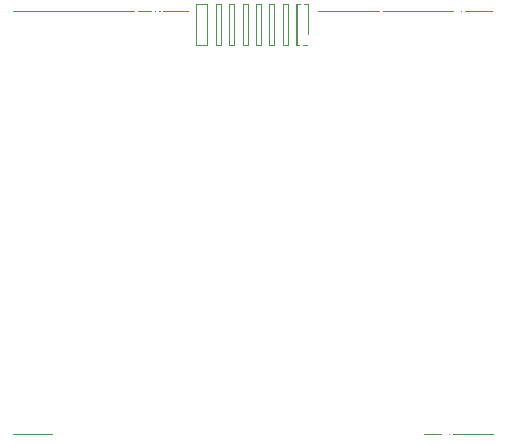
<source format=gto>
G04 #@! TF.GenerationSoftware,KiCad,Pcbnew,8.0.4*
G04 #@! TF.CreationDate,2024-10-09T19:51:01+11:00*
G04 #@! TF.ProjectId,nokia,6e6f6b69-612e-46b6-9963-61645f706362,rev?*
G04 #@! TF.SameCoordinates,Original*
G04 #@! TF.FileFunction,Legend,Top*
G04 #@! TF.FilePolarity,Positive*
%FSLAX46Y46*%
G04 Gerber Fmt 4.6, Leading zero omitted, Abs format (unit mm)*
G04 Created by KiCad (PCBNEW 8.0.4) date 2024-10-09 19:51:01*
%MOMM*%
%LPD*%
G01*
G04 APERTURE LIST*
G04 Aperture macros list*
%AMRoundRect*
0 Rectangle with rounded corners*
0 $1 Rounding radius*
0 $2 $3 $4 $5 $6 $7 $8 $9 X,Y pos of 4 corners*
0 Add a 4 corners polygon primitive as box body*
4,1,4,$2,$3,$4,$5,$6,$7,$8,$9,$2,$3,0*
0 Add four circle primitives for the rounded corners*
1,1,$1+$1,$2,$3*
1,1,$1+$1,$4,$5*
1,1,$1+$1,$6,$7*
1,1,$1+$1,$8,$9*
0 Add four rect primitives between the rounded corners*
20,1,$1+$1,$2,$3,$4,$5,0*
20,1,$1+$1,$4,$5,$6,$7,0*
20,1,$1+$1,$6,$7,$8,$9,0*
20,1,$1+$1,$8,$9,$2,$3,0*%
%AMFreePoly0*
4,1,103,-1.902709,2.826186,-1.559033,2.750537,-1.225551,2.638174,-0.906173,2.490414,-0.604642,2.308989,-0.324495,2.096027,-0.069015,1.854023,0.158802,1.585816,0.356286,1.294550,0.521120,0.983640,0.651373,0.656730,0.745517,0.317654,0.802448,-0.029613,0.821500,-0.381000,0.802448,-0.732387,0.745517,-1.079654,0.651373,-1.418730,0.521120,-1.745640,0.356286,-2.056550,0.158802,-2.347816,
-0.069015,-2.616023,-0.324495,-2.858027,-0.604642,-3.070989,-0.906173,-3.252414,-1.225551,-3.400174,-1.559033,-3.512537,-1.902709,-3.588186,-2.252549,-3.626234,-2.604451,-3.626234,-2.954291,-3.588186,-3.297967,-3.512537,-3.631449,-3.400174,-3.950827,-3.252414,-4.252358,-3.070989,-4.532505,-2.858027,-4.787985,-2.616023,-5.015802,-2.347816,-5.213286,-2.056550,-5.378120,-1.745640,-5.508373,-1.418730,
-5.602517,-1.079654,-5.659448,-0.732387,-5.678500,-0.381000,-4.183407,-0.381000,-4.163806,-0.642555,-4.105441,-0.898268,-4.009617,-1.142426,-3.878472,-1.369574,-3.714938,-1.574640,-3.522667,-1.753042,-3.305953,-1.900794,-3.069640,-2.014597,-2.819004,-2.091908,-2.559644,-2.131000,-2.297356,-2.131000,-2.037996,-2.091908,-1.787360,-2.014597,-1.551046,-1.900794,-1.334333,-1.753042,-1.142062,-1.574640,
-0.978528,-1.369574,-0.847383,-1.142426,-0.751559,-0.898268,-0.693194,-0.642555,-0.673593,-0.381000,-0.693194,-0.119445,-0.751559,0.136268,-0.847383,0.380426,-0.978528,0.607574,-1.142062,0.812640,-1.334333,0.991042,-1.551046,1.138794,-1.787360,1.252597,-2.037996,1.329908,-2.297356,1.369000,-2.559644,1.369000,-2.819004,1.329908,-3.069640,1.252597,-3.305953,1.138794,-3.522667,0.991042,
-3.714938,0.812640,-3.878472,0.607574,-4.009617,0.380426,-4.105441,0.136268,-4.163806,-0.119445,-4.183407,-0.381000,-5.678500,-0.381000,-5.659448,-0.029613,-5.602517,0.317654,-5.508373,0.656730,-5.378120,0.983640,-5.213286,1.294550,-5.015802,1.585816,-4.787985,1.854023,-4.532505,2.096027,-4.252358,2.308989,-3.950827,2.490414,-3.631449,2.638174,-3.297967,2.750537,-2.954291,2.826186,
-2.604451,2.864234,-2.252549,2.864234,-1.902709,2.826186,-1.902709,2.826186,$1*%
%AMFreePoly1*
4,1,35,0.301029,1.058008,0.490312,0.984680,0.662898,0.877819,0.812910,0.741065,0.935239,0.579075,1.025719,0.397366,1.081270,0.202124,1.100000,0.000000,1.081270,-0.202124,1.025719,-0.397366,0.935239,-0.579075,0.812910,-0.741065,0.662898,-0.877819,0.490312,-0.984680,0.301029,-1.058008,0.101495,-1.095308,-0.101495,-1.095308,-0.301029,-1.058008,-0.490312,-0.984680,-0.662898,-0.877819,
-0.812910,-0.741065,-0.935239,-0.579075,-1.025719,-0.397366,-1.081270,-0.202124,-1.100000,0.000000,-1.081270,0.202124,-1.025719,0.397366,-0.935239,0.579075,-0.812910,0.741065,-0.662898,0.877819,-0.490312,0.984680,-0.301029,1.058008,-0.101495,1.095308,0.101495,1.095308,0.301029,1.058008,0.301029,1.058008,$1*%
%AMFreePoly2*
4,1,143,-0.313237,0.844648,0.036603,0.806600,0.047288,0.804848,0.390964,0.729199,0.401397,0.726302,0.734879,0.613939,0.744938,0.609932,1.064316,0.462172,1.073882,0.457100,1.375413,0.275675,1.400916,0.253724,1.577058,0.040762,1.599803,-0.016704,1.600000,-0.022973,1.600000,-1.793913,1.646400,-2.104211,1.647500,-2.119000,1.647500,-2.500000,1.647052,-2.509457,1.600000,-3.004741,
1.600000,-4.714443,1.695880,-4.937542,1.701542,-4.999086,1.669948,-5.052204,1.664522,-5.056636,1.384375,-5.269598,1.375413,-5.275675,1.073882,-5.457100,1.064316,-5.462172,0.744938,-5.609932,0.734879,-5.613939,0.401397,-5.726302,0.390964,-5.729199,0.047288,-5.804848,0.036603,-5.806600,-0.313237,-5.844648,-0.324049,-5.845234,-0.675951,-5.845234,-0.686763,-5.844648,-1.036603,-5.806600,
-1.047288,-5.804848,-1.390964,-5.729199,-1.401397,-5.726302,-1.734879,-5.613939,-1.744938,-5.609932,-2.064316,-5.462172,-2.073882,-5.457100,-2.375413,-5.275675,-2.384375,-5.269598,-2.664522,-5.056636,-2.672775,-5.049626,-2.928255,-4.807622,-2.935701,-4.799762,-3.163518,-4.531555,-3.170071,-4.522935,-3.367555,-4.231669,-3.373137,-4.222391,-3.537971,-3.911481,-3.542518,-3.901654,-3.672771,-3.574744,
-3.676228,-3.564483,-3.770372,-3.225407,-3.772700,-3.214832,-3.829631,-2.867565,-3.830801,-2.856801,-3.849853,-2.505414,-3.848903,-2.501846,-3.849145,-2.500000,-2.154626,-2.500000,-2.136146,-2.746605,-2.081114,-2.987713,-1.990767,-3.217916,-1.867118,-3.432082,-1.712926,-3.625433,-1.531645,-3.793637,-1.327314,-3.932947,-1.104500,-4.040249,-0.868189,-4.113141,-0.623651,-4.150000,-0.376349,-4.150000,
-0.131810,-4.113141,0.104503,-4.040248,0.327312,-3.932949,0.531645,-3.793637,0.712926,-3.625433,0.867118,-3.432082,0.990767,-3.217916,1.081114,-2.987713,1.136146,-2.746605,1.154626,-2.500000,1.136146,-2.253394,1.081114,-2.012286,0.990767,-1.782083,0.867118,-1.567917,0.712926,-1.374566,0.531645,-1.206362,0.327312,-1.067050,0.104503,-0.959751,-0.131810,-0.886858,-0.376349,-0.850000,
-0.623651,-0.850000,-0.868189,-0.886858,-1.104500,-0.959750,-1.327314,-1.067052,-1.531645,-1.206362,-1.712926,-1.374566,-1.867118,-1.567917,-1.990767,-1.782083,-2.081114,-2.012286,-2.136146,-2.253394,-2.154626,-2.500000,-3.849145,-2.500000,-3.849853,-2.494586,-3.830801,-2.143199,-3.829631,-2.132435,-3.772700,-1.785168,-3.770372,-1.774593,-3.676228,-1.435517,-3.672771,-1.425256,-3.542518,-1.098346,
-3.537971,-1.088519,-3.373137,-0.777609,-3.367555,-0.768331,-3.170071,-0.477065,-3.163518,-0.468445,-2.935701,-0.200238,-2.928255,-0.192378,-2.672775,0.049626,-2.664522,0.056636,-2.384375,0.269598,-2.375413,0.275675,-2.073882,0.457100,-2.064316,0.462172,-1.744938,0.609932,-1.734879,0.613939,-1.401397,0.726302,-1.390964,0.729199,-1.047288,0.804848,-1.036603,0.806600,-0.686763,0.844648,
-0.675951,0.845234,-0.324049,0.845234,-0.313237,0.844648,-0.313237,0.844648,$1*%
G04 Aperture macros list end*
%ADD10C,0.100000*%
%ADD11FreePoly0,0.000000*%
%ADD12FreePoly1,0.000000*%
%ADD13RoundRect,0.057250X-0.515250X-1.742750X0.515250X-1.742750X0.515250X1.742750X-0.515250X1.742750X0*%
%ADD14RoundRect,0.025000X-0.225000X-1.775000X0.225000X-1.775000X0.225000X1.775000X-0.225000X1.775000X0*%
%ADD15RoundRect,0.052250X-0.470250X-1.747750X0.470250X-1.747750X0.470250X1.747750X-0.470250X1.747750X0*%
%ADD16FreePoly2,0.000000*%
%ADD17C,0.600000*%
%ADD18O,1.350000X1.700000*%
%ADD19O,1.100000X1.500000*%
G04 APERTURE END LIST*
D10*
X62825000Y-73775000D02*
X57000000Y-73775000D01*
X22175000Y-73775000D02*
X25500000Y-73775000D01*
X62775000Y-37975000D02*
X48000000Y-37975000D01*
X22150000Y-38000000D02*
X37000000Y-38000000D01*
%LPC*%
D11*
X58698500Y-79894000D03*
D12*
X56270000Y-80275000D03*
D11*
X51928500Y-85119000D03*
D12*
X49500000Y-85500000D03*
D11*
X31948500Y-108546384D03*
D12*
X29520000Y-108927384D03*
D11*
X44948500Y-110594000D03*
D12*
X42520000Y-110975000D03*
D11*
X32978500Y-81319000D03*
D12*
X30550000Y-81700000D03*
D11*
X32448500Y-116594000D03*
D12*
X30020000Y-116975000D03*
D11*
X44948500Y-77369000D03*
D12*
X42520000Y-77750000D03*
D11*
X58698500Y-92594000D03*
D12*
X56270000Y-92975000D03*
D11*
X44948500Y-102344000D03*
D12*
X42520000Y-102725000D03*
D13*
X46722500Y-39200000D03*
D14*
X45270000Y-39200000D03*
X44140000Y-39200000D03*
X43010000Y-39200000D03*
X41880000Y-39200000D03*
X40750000Y-39200000D03*
X39620000Y-39200000D03*
D15*
X38217500Y-39200000D03*
D11*
X44948500Y-94344000D03*
D12*
X42520000Y-94725000D03*
D11*
X57698500Y-100844000D03*
D12*
X55270000Y-101225000D03*
D16*
X56020000Y-106475000D03*
D12*
X55520000Y-108975000D03*
D11*
X30948500Y-92594000D03*
D12*
X28520000Y-92975000D03*
D11*
X44948500Y-118594000D03*
D12*
X42520000Y-118975000D03*
D11*
X32198500Y-100844000D03*
D12*
X29770000Y-101225000D03*
D11*
X57448500Y-116594000D03*
D12*
X55020000Y-116975000D03*
D17*
X41363167Y-61333333D03*
X42496500Y-61333333D03*
X43629833Y-61333333D03*
X41363167Y-60200000D03*
X42496500Y-60200000D03*
X43629833Y-60200000D03*
X41363167Y-59066667D03*
X42496500Y-59066667D03*
X43629833Y-59066667D03*
D18*
X53155000Y-125280000D03*
D19*
X52845000Y-122280000D03*
X48005000Y-122280000D03*
D18*
X47695000Y-125280000D03*
%LPD*%
M02*

</source>
